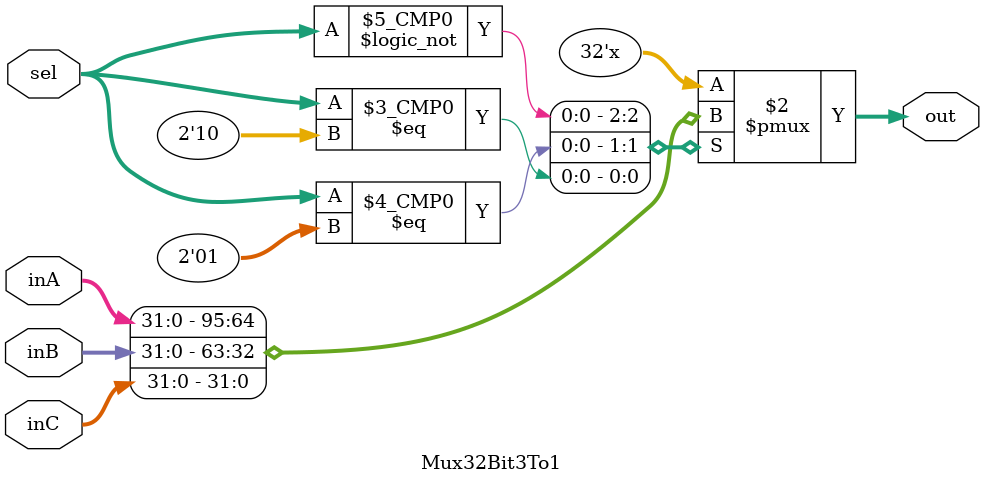
<source format=v>
`timescale 1ns / 1ps


module Mux32Bit3To1(out, inA, inB, inC, sel);
    input [31:0] inA, inB, inC;
    input [1:0] sel;
    output reg [31:0] out;
    
    always@(inA, inB, inC, sel) begin
        case(sel)
            2'b00: out <= inA;
            2'b01: out <= inB;
            2'b10: out <= inC;
        endcase
    end
endmodule

</source>
